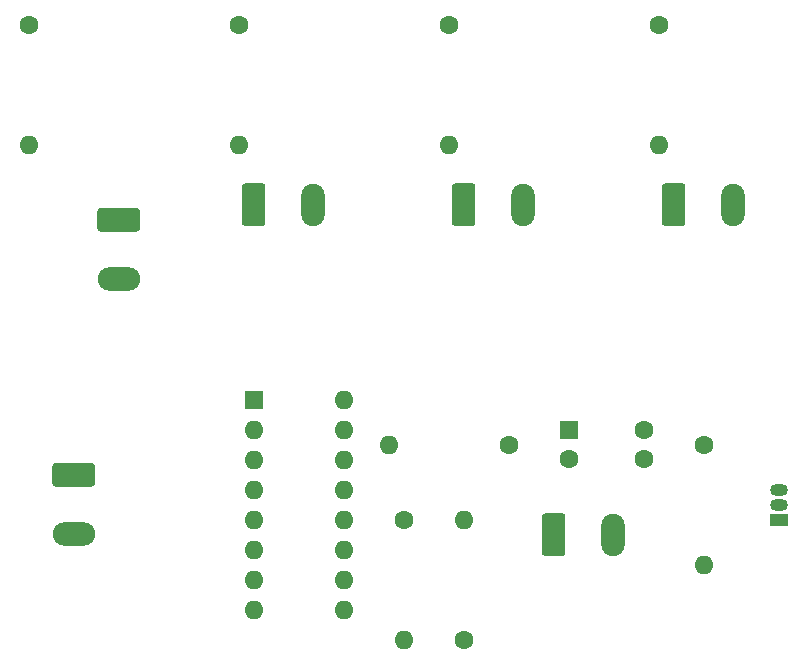
<source format=gbr>
%TF.GenerationSoftware,KiCad,Pcbnew,(5.1.10)-1*%
%TF.CreationDate,2021-09-08T20:08:48+02:00*%
%TF.ProjectId,uklad,756b6c61-642e-46b6-9963-61645f706362,rev?*%
%TF.SameCoordinates,Original*%
%TF.FileFunction,Copper,L2,Bot*%
%TF.FilePolarity,Positive*%
%FSLAX46Y46*%
G04 Gerber Fmt 4.6, Leading zero omitted, Abs format (unit mm)*
G04 Created by KiCad (PCBNEW (5.1.10)-1) date 2021-09-08 20:08:48*
%MOMM*%
%LPD*%
G01*
G04 APERTURE LIST*
%TA.AperFunction,ComponentPad*%
%ADD10O,1.600000X1.600000*%
%TD*%
%TA.AperFunction,ComponentPad*%
%ADD11C,1.600000*%
%TD*%
%TA.AperFunction,ComponentPad*%
%ADD12O,2.000000X3.600000*%
%TD*%
%TA.AperFunction,ComponentPad*%
%ADD13R,1.600000X1.600000*%
%TD*%
%TA.AperFunction,ComponentPad*%
%ADD14R,1.500000X1.050000*%
%TD*%
%TA.AperFunction,ComponentPad*%
%ADD15O,1.500000X1.050000*%
%TD*%
%TA.AperFunction,ComponentPad*%
%ADD16O,3.600000X2.000000*%
%TD*%
G04 APERTURE END LIST*
D10*
%TO.P,1M,2*%
%TO.N,Net-(C2-Pad2)*%
X137160000Y-107950000D03*
D11*
%TO.P,1M,1*%
%TO.N,Net-(R11-Pad2)*%
X137160000Y-118110000D03*
%TD*%
D12*
%TO.P,Solar,2*%
%TO.N,Net-(C2-Pad2)*%
X149780000Y-109220000D03*
%TO.P,Solar,1*%
%TO.N,Net-(A1-Pad13)*%
%TA.AperFunction,ComponentPad*%
G36*
G01*
X143780000Y-110770000D02*
X143780000Y-107670000D01*
G75*
G02*
X144030000Y-107420000I250000J0D01*
G01*
X145530000Y-107420000D01*
G75*
G02*
X145780000Y-107670000I0J-250000D01*
G01*
X145780000Y-110770000D01*
G75*
G02*
X145530000Y-111020000I-250000J0D01*
G01*
X144030000Y-111020000D01*
G75*
G02*
X143780000Y-110770000I0J250000D01*
G01*
G37*
%TD.AperFunction*%
%TD*%
D10*
%TO.P,L293D,16*%
%TO.N,+5V*%
X127000000Y-97790000D03*
%TO.P,L293D,8*%
%TO.N,+9V*%
X119380000Y-115570000D03*
%TO.P,L293D,15*%
%TO.N,Net-(U3-Pad15)*%
X127000000Y-100330000D03*
%TO.P,L293D,7*%
%TO.N,Net-(A1-Pad24)*%
X119380000Y-113030000D03*
%TO.P,L293D,14*%
%TO.N,Net-(U3-Pad14)*%
X127000000Y-102870000D03*
%TO.P,L293D,6*%
%TO.N,Net-(M2-Pad2)*%
X119380000Y-110490000D03*
%TO.P,L293D,13*%
%TO.N,GND*%
X127000000Y-105410000D03*
%TO.P,L293D,5*%
X119380000Y-107950000D03*
%TO.P,L293D,12*%
X127000000Y-107950000D03*
%TO.P,L293D,4*%
X119380000Y-105410000D03*
%TO.P,L293D,11*%
%TO.N,Net-(U3-Pad11)*%
X127000000Y-110490000D03*
%TO.P,L293D,3*%
%TO.N,Net-(M2-Pad1)*%
X119380000Y-102870000D03*
%TO.P,L293D,10*%
%TO.N,Net-(U3-Pad10)*%
X127000000Y-113030000D03*
%TO.P,L293D,2*%
%TO.N,Net-(A1-Pad23)*%
X119380000Y-100330000D03*
%TO.P,L293D,9*%
%TO.N,Net-(U3-Pad9)*%
X127000000Y-115570000D03*
D13*
%TO.P,L293D,1*%
%TO.N,Net-(A1-Pad25)*%
X119380000Y-97790000D03*
%TD*%
D14*
%TO.P,DS18B20,1*%
%TO.N,GND*%
X163830000Y-107950000D03*
D15*
%TO.P,DS18B20,3*%
%TO.N,+5V*%
X163830000Y-105410000D03*
%TO.P,DS18B20,2*%
%TO.N,Net-(A1-Pad22)*%
X163830000Y-106680000D03*
%TD*%
D12*
%TO.P,Photo DP,2*%
%TO.N,GND*%
X159940000Y-81280000D03*
%TO.P,Photo DP,1*%
%TO.N,Net-(A1-Pad12)*%
%TA.AperFunction,ComponentPad*%
G36*
G01*
X153940000Y-82830000D02*
X153940000Y-79730000D01*
G75*
G02*
X154190000Y-79480000I250000J0D01*
G01*
X155690000Y-79480000D01*
G75*
G02*
X155940000Y-79730000I0J-250000D01*
G01*
X155940000Y-82830000D01*
G75*
G02*
X155690000Y-83080000I-250000J0D01*
G01*
X154190000Y-83080000D01*
G75*
G02*
X153940000Y-82830000I0J250000D01*
G01*
G37*
%TD.AperFunction*%
%TD*%
D10*
%TO.P,310R,2*%
%TO.N,Net-(A1-Pad12)*%
X153670000Y-76200000D03*
D11*
%TO.P,310R,1*%
%TO.N,+5V*%
X153670000Y-66040000D03*
%TD*%
D12*
%TO.P,Photo DL,2*%
%TO.N,GND*%
X142160000Y-81280000D03*
%TO.P,Photo DL,1*%
%TO.N,Net-(A1-Pad11)*%
%TA.AperFunction,ComponentPad*%
G36*
G01*
X136160000Y-82830000D02*
X136160000Y-79730000D01*
G75*
G02*
X136410000Y-79480000I250000J0D01*
G01*
X137910000Y-79480000D01*
G75*
G02*
X138160000Y-79730000I0J-250000D01*
G01*
X138160000Y-82830000D01*
G75*
G02*
X137910000Y-83080000I-250000J0D01*
G01*
X136410000Y-83080000D01*
G75*
G02*
X136160000Y-82830000I0J250000D01*
G01*
G37*
%TD.AperFunction*%
%TD*%
D10*
%TO.P,310R,2*%
%TO.N,Net-(A1-Pad11)*%
X135890000Y-76200000D03*
D11*
%TO.P,310R,1*%
%TO.N,+5V*%
X135890000Y-66040000D03*
%TD*%
D10*
%TO.P,1M,2*%
%TO.N,Net-(R11-Pad2)*%
X132080000Y-118110000D03*
D11*
%TO.P,1M,1*%
%TO.N,GND*%
X132080000Y-107950000D03*
%TD*%
D10*
%TO.P,1M,2*%
%TO.N,GND*%
X130810000Y-101600000D03*
D11*
%TO.P,1M,1*%
%TO.N,Net-(A1-Pad13)*%
X140970000Y-101600000D03*
%TD*%
D12*
%TO.P,Photo GP,2*%
%TO.N,GND*%
X124380000Y-81280000D03*
%TO.P,Photo GP,1*%
%TO.N,Net-(A1-Pad10)*%
%TA.AperFunction,ComponentPad*%
G36*
G01*
X118380000Y-82830000D02*
X118380000Y-79730000D01*
G75*
G02*
X118630000Y-79480000I250000J0D01*
G01*
X120130000Y-79480000D01*
G75*
G02*
X120380000Y-79730000I0J-250000D01*
G01*
X120380000Y-82830000D01*
G75*
G02*
X120130000Y-83080000I-250000J0D01*
G01*
X118630000Y-83080000D01*
G75*
G02*
X118380000Y-82830000I0J250000D01*
G01*
G37*
%TD.AperFunction*%
%TD*%
D10*
%TO.P,310R,2*%
%TO.N,Net-(A1-Pad10)*%
X118110000Y-76200000D03*
D11*
%TO.P,310R,1*%
%TO.N,+5V*%
X118110000Y-66040000D03*
%TD*%
D16*
%TO.P,Photo GL,2*%
%TO.N,GND*%
X107950000Y-87550000D03*
%TO.P,Photo GL,1*%
%TO.N,Net-(A1-Pad9)*%
%TA.AperFunction,ComponentPad*%
G36*
G01*
X106400000Y-81550000D02*
X109500000Y-81550000D01*
G75*
G02*
X109750000Y-81800000I0J-250000D01*
G01*
X109750000Y-83300000D01*
G75*
G02*
X109500000Y-83550000I-250000J0D01*
G01*
X106400000Y-83550000D01*
G75*
G02*
X106150000Y-83300000I0J250000D01*
G01*
X106150000Y-81800000D01*
G75*
G02*
X106400000Y-81550000I250000J0D01*
G01*
G37*
%TD.AperFunction*%
%TD*%
D10*
%TO.P,310R,2*%
%TO.N,Net-(A1-Pad9)*%
X100330000Y-76200000D03*
D11*
%TO.P,310R,1*%
%TO.N,+5V*%
X100330000Y-66040000D03*
%TD*%
D10*
%TO.P,4\u002C7k,2*%
%TO.N,Net-(A1-Pad22)*%
X157480000Y-111760000D03*
D11*
%TO.P,4\u002C7k,1*%
%TO.N,+5V*%
X157480000Y-101600000D03*
%TD*%
D16*
%TO.P,DC_Motor,2*%
%TO.N,Net-(M2-Pad2)*%
X104140000Y-109140000D03*
%TO.P,DC_Motor,1*%
%TO.N,Net-(M2-Pad1)*%
%TA.AperFunction,ComponentPad*%
G36*
G01*
X102590000Y-103140000D02*
X105690000Y-103140000D01*
G75*
G02*
X105940000Y-103390000I0J-250000D01*
G01*
X105940000Y-104890000D01*
G75*
G02*
X105690000Y-105140000I-250000J0D01*
G01*
X102590000Y-105140000D01*
G75*
G02*
X102340000Y-104890000I0J250000D01*
G01*
X102340000Y-103390000D01*
G75*
G02*
X102590000Y-103140000I250000J0D01*
G01*
G37*
%TD.AperFunction*%
%TD*%
D11*
%TO.P,100nF,2*%
%TO.N,Net-(C2-Pad2)*%
X152400000Y-102830000D03*
%TO.P,100nF,1*%
%TO.N,Net-(A1-Pad13)*%
X152400000Y-100330000D03*
%TD*%
%TO.P,220uF,2*%
%TO.N,Net-(C2-Pad2)*%
X146050000Y-102830000D03*
D13*
%TO.P,220uF,1*%
%TO.N,Net-(A1-Pad13)*%
X146050000Y-100330000D03*
%TD*%
M02*

</source>
